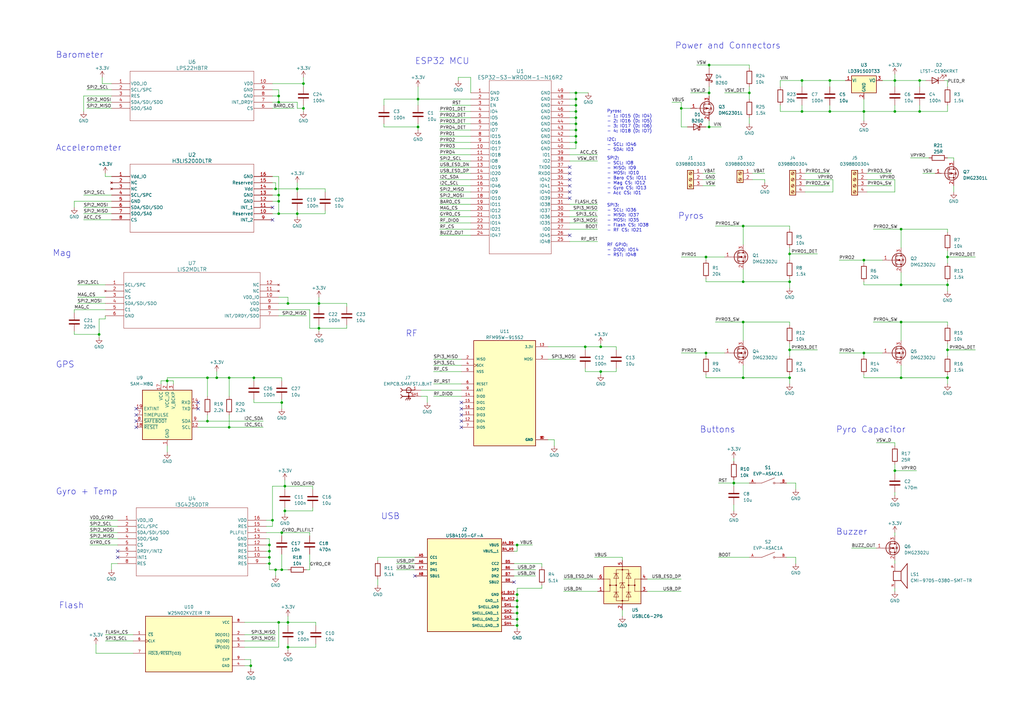
<source format=kicad_sch>
(kicad_sch (version 20230121) (generator eeschema)
  (paper "A3")
  (junction (at 85.09 172.72))
  (junction (at 377.19 33.02))
  (junction (at 328.93 45.72))
  (junction (at 289.56 144.78))
  (junction (at 354.33 144.78))
  (junction (at 130.81 134.62))
  (junction (at 290.83 38.1))
  (junction (at 68.58 156.21))
  (junction (at 115.57 218.44))
  (junction (at 307.34 38.1))
  (junction (at 121.92 77.47))
  (junction (at 115.57 165.1))
  (junction (at 290.83 52.07))
  (junction (at 369.57 116.84))
  (junction (at 246.38 152.4))
  (junction (at 116.84 209.55))
  (junction (at 289.56 105.41))
  (junction (at 102.87 273.05))
  (junction (at 323.85 143.51))
  (junction (at 114.3 41.91))
  (junction (at 110.49 231.14))
  (junction (at 236.22 40.64))
  (junction (at 388.62 116.84))
  (junction (at 236.22 58.42))
  (junction (at 212.09 243.84))
  (junction (at 110.49 228.6))
  (junction (at 124.46 44.45))
  (junction (at 236.22 48.26))
  (junction (at 118.11 265.43))
  (junction (at 110.49 226.06))
  (junction (at 367.03 193.04))
  (junction (at 236.22 50.8))
  (junction (at 212.09 251.46))
  (junction (at 304.8 92.71))
  (junction (at 240.03 142.24))
  (junction (at 121.92 87.63))
  (junction (at 300.99 198.12))
  (junction (at 171.45 52.07))
  (junction (at 130.81 124.46))
  (junction (at 323.85 104.14))
  (junction (at 246.38 142.24))
  (junction (at 377.19 45.72))
  (junction (at 40.64 137.16))
  (junction (at 323.85 154.94))
  (junction (at 369.57 132.08))
  (junction (at 114.3 87.63))
  (junction (at 367.03 45.72))
  (junction (at 116.84 199.39))
  (junction (at 290.83 26.67))
  (junction (at 279.4 44.45))
  (junction (at 340.36 33.02))
  (junction (at 340.36 45.72))
  (junction (at 114.3 82.55))
  (junction (at 85.09 154.94))
  (junction (at 354.33 45.72))
  (junction (at 304.8 132.08))
  (junction (at 304.8 115.57))
  (junction (at 212.09 248.92))
  (junction (at 212.09 254))
  (junction (at 212.09 246.38))
  (junction (at 114.3 39.37))
  (junction (at 118.11 255.27))
  (junction (at 236.22 38.1))
  (junction (at 236.22 45.72))
  (junction (at 367.03 33.02))
  (junction (at 93.98 175.26))
  (junction (at 369.57 93.98))
  (junction (at 212.09 256.54))
  (junction (at 88.9 154.94))
  (junction (at 111.76 213.36))
  (junction (at 328.93 33.02))
  (junction (at 304.8 154.94))
  (junction (at 388.62 143.51))
  (junction (at 354.33 106.68))
  (junction (at 236.22 55.88))
  (junction (at 115.57 233.68))
  (junction (at 110.49 223.52))
  (junction (at 113.03 233.68))
  (junction (at 93.98 154.94))
  (junction (at 118.11 124.46))
  (junction (at 236.22 53.34))
  (junction (at 113.03 77.47))
  (junction (at 236.22 43.18))
  (junction (at 388.62 105.41))
  (junction (at 369.57 154.94))
  (junction (at 171.45 40.64))
  (junction (at 323.85 115.57))
  (junction (at 114.3 80.01))
  (junction (at 104.14 154.94))
  (junction (at 212.09 223.52))
  (junction (at 114.3 255.27))
  (junction (at 388.62 154.94))
  (junction (at 124.46 34.29))
  (no_connect (at 81.28 165.1))
  (no_connect (at 233.68 76.2))
  (no_connect (at 55.88 172.72))
  (no_connect (at 170.18 236.22))
  (no_connect (at 189.23 172.72))
  (no_connect (at 210.82 238.76))
  (no_connect (at 233.68 96.52))
  (no_connect (at 48.26 228.6))
  (no_connect (at 55.88 170.18))
  (no_connect (at 233.68 81.28))
  (no_connect (at 233.68 73.66))
  (no_connect (at 111.76 85.09))
  (no_connect (at 233.68 68.58))
  (no_connect (at 111.76 90.17))
  (no_connect (at 48.26 226.06))
  (no_connect (at 55.88 167.64))
  (no_connect (at 189.23 175.26))
  (no_connect (at 189.23 165.1))
  (no_connect (at 233.68 78.74))
  (no_connect (at 81.28 167.64))
  (no_connect (at 189.23 170.18))
  (no_connect (at 55.88 175.26))
  (no_connect (at 189.23 167.64))
  (no_connect (at 233.68 71.12))
  (wire (pts (xy 118.11 252.73) (xy 118.11 255.27)))
  (wire (pts (xy 157.48 50.8) (xy 157.48 52.07)))
  (wire (pts (xy 128.27 209.55) (xy 128.27 208.28)))
  (wire (pts (xy 349.25 224.79) (xy 359.41 224.79)))
  (wire (pts (xy 279.4 44.45) (xy 279.4 52.07)))
  (wire (pts (xy 36.83 220.98) (xy 48.26 220.98)))
  (wire (pts (xy 367.03 241.3) (xy 367.03 242.57)))
  (wire (pts (xy 111.76 215.9) (xy 111.76 213.36)))
  (wire (pts (xy 111.76 199.39) (xy 116.84 199.39)))
  (wire (pts (xy 114.3 80.01) (xy 114.3 82.55)))
  (wire (pts (xy 210.82 236.22) (xy 219.71 236.22)))
  (wire (pts (xy 189.23 149.86) (xy 177.8 149.86)))
  (wire (pts (xy 340.36 45.72) (xy 340.36 43.18)))
  (wire (pts (xy 388.62 105.41) (xy 388.62 107.95)))
  (wire (pts (xy 367.03 218.44) (xy 367.03 219.71)))
  (wire (pts (xy 275.59 41.91) (xy 279.4 41.91)))
  (wire (pts (xy 354.33 45.72) (xy 367.03 45.72)))
  (wire (pts (xy 31.75 116.84) (xy 43.18 116.84)))
  (wire (pts (xy 113.03 77.47) (xy 121.92 77.47)))
  (wire (pts (xy 124.46 34.29) (xy 124.46 35.56)))
  (wire (pts (xy 233.68 93.98) (xy 245.11 93.98)))
  (wire (pts (xy 187.96 33.02) (xy 187.96 31.75)))
  (wire (pts (xy 114.3 265.43) (xy 114.3 255.27)))
  (wire (pts (xy 236.22 50.8) (xy 236.22 53.34)))
  (wire (pts (xy 359.41 181.61) (xy 367.03 181.61)))
  (wire (pts (xy 100.33 270.51) (xy 102.87 270.51)))
  (wire (pts (xy 43.18 72.39) (xy 45.72 72.39)))
  (wire (pts (xy 330.2 73.66) (xy 341.63 73.66)))
  (wire (pts (xy 111.76 77.47) (xy 113.03 77.47)))
  (wire (pts (xy 300.99 198.12) (xy 307.34 198.12)))
  (wire (pts (xy 388.62 143.51) (xy 388.62 146.05)))
  (wire (pts (xy 154.94 228.6) (xy 170.18 228.6)))
  (wire (pts (xy 367.03 45.72) (xy 367.03 43.18)))
  (wire (pts (xy 293.37 92.71) (xy 304.8 92.71)))
  (wire (pts (xy 118.11 255.27) (xy 129.54 255.27)))
  (wire (pts (xy 45.72 231.14) (xy 45.72 233.68)))
  (wire (pts (xy 127 233.68) (xy 125.73 233.68)))
  (wire (pts (xy 133.35 77.47) (xy 133.35 78.74)))
  (wire (pts (xy 130.81 133.35) (xy 130.81 134.62)))
  (wire (pts (xy 130.81 134.62) (xy 127 134.62)))
  (wire (pts (xy 175.26 165.1) (xy 175.26 162.56)))
  (wire (pts (xy 193.04 31.75) (xy 193.04 38.1)))
  (wire (pts (xy 104.14 165.1) (xy 115.57 165.1)))
  (wire (pts (xy 354.33 107.95) (xy 354.33 106.68)))
  (wire (pts (xy 344.17 106.68) (xy 354.33 106.68)))
  (wire (pts (xy 212.09 226.06) (xy 212.09 223.52)))
  (wire (pts (xy 111.76 44.45) (xy 120.65 44.45)))
  (wire (pts (xy 330.2 78.74) (xy 341.63 78.74)))
  (wire (pts (xy 355.6 78.74) (xy 367.03 78.74)))
  (wire (pts (xy 66.04 157.48) (xy 66.04 156.21)))
  (wire (pts (xy 162.56 233.68) (xy 170.18 233.68)))
  (wire (pts (xy 328.93 33.02) (xy 328.93 35.56)))
  (wire (pts (xy 367.03 190.5) (xy 367.03 193.04)))
  (wire (pts (xy 30.48 137.16) (xy 30.48 135.89)))
  (wire (pts (xy 111.76 39.37) (xy 114.3 39.37)))
  (wire (pts (xy 130.81 124.46) (xy 142.24 124.46)))
  (wire (pts (xy 212.09 223.52) (xy 218.44 223.52)))
  (wire (pts (xy 43.18 260.35) (xy 54.61 260.35)))
  (wire (pts (xy 180.34 78.74) (xy 193.04 78.74)))
  (wire (pts (xy 288.29 71.12) (xy 293.37 71.12)))
  (wire (pts (xy 189.23 162.56) (xy 177.8 162.56)))
  (wire (pts (xy 367.03 193.04) (xy 367.03 194.31)))
  (wire (pts (xy 114.3 82.55) (xy 114.3 87.63)))
  (wire (pts (xy 369.57 101.6) (xy 369.57 93.98)))
  (wire (pts (xy 330.2 76.2) (xy 340.36 76.2)))
  (wire (pts (xy 240.03 151.13) (xy 240.03 152.4)))
  (wire (pts (xy 114.3 87.63) (xy 121.92 87.63)))
  (wire (pts (xy 212.09 248.92) (xy 210.82 248.92)))
  (wire (pts (xy 378.46 71.12) (xy 383.54 71.12)))
  (wire (pts (xy 224.79 147.32) (xy 236.22 147.32)))
  (wire (pts (xy 304.8 154.94) (xy 289.56 154.94)))
  (wire (pts (xy 171.45 50.8) (xy 171.45 52.07)))
  (wire (pts (xy 326.39 200.66) (xy 326.39 198.12)))
  (wire (pts (xy 115.57 233.68) (xy 115.57 227.33)))
  (wire (pts (xy 236.22 43.18) (xy 236.22 45.72)))
  (wire (pts (xy 189.23 147.32) (xy 177.8 147.32)))
  (wire (pts (xy 157.48 40.64) (xy 171.45 40.64)))
  (wire (pts (xy 361.95 33.02) (xy 367.03 33.02)))
  (wire (pts (xy 31.75 124.46) (xy 43.18 124.46)))
  (wire (pts (xy 180.34 88.9) (xy 193.04 88.9)))
  (wire (pts (xy 377.19 43.18) (xy 377.19 45.72)))
  (wire (pts (xy 185.42 43.18) (xy 193.04 43.18)))
  (wire (pts (xy 326.39 231.14) (xy 326.39 228.6)))
  (wire (pts (xy 85.09 172.72) (xy 107.95 172.72)))
  (wire (pts (xy 252.73 142.24) (xy 252.73 143.51)))
  (wire (pts (xy 121.92 87.63) (xy 133.35 87.63)))
  (wire (pts (xy 36.83 215.9) (xy 48.26 215.9)))
  (wire (pts (xy 85.09 154.94) (xy 85.09 162.56)))
  (wire (pts (xy 124.46 31.75) (xy 124.46 34.29)))
  (wire (pts (xy 30.48 128.27) (xy 30.48 127)))
  (wire (pts (xy 354.33 146.05) (xy 354.33 144.78)))
  (wire (pts (xy 130.81 134.62) (xy 142.24 134.62)))
  (wire (pts (xy 121.92 77.47) (xy 133.35 77.47)))
  (wire (pts (xy 279.4 144.78) (xy 289.56 144.78)))
  (wire (pts (xy 285.75 26.67) (xy 290.83 26.67)))
  (wire (pts (xy 233.68 50.8) (xy 236.22 50.8)))
  (wire (pts (xy 236.22 45.72) (xy 236.22 48.26)))
  (wire (pts (xy 210.82 226.06) (xy 212.09 226.06)))
  (wire (pts (xy 189.23 160.02) (xy 172.72 160.02)))
  (wire (pts (xy 323.85 101.6) (xy 323.85 104.14)))
  (wire (pts (xy 233.68 53.34) (xy 236.22 53.34)))
  (wire (pts (xy 233.68 58.42) (xy 236.22 58.42)))
  (wire (pts (xy 111.76 80.01) (xy 114.3 80.01)))
  (wire (pts (xy 304.8 100.33) (xy 304.8 92.71)))
  (wire (pts (xy 323.85 132.08) (xy 323.85 133.35)))
  (wire (pts (xy 34.29 85.09) (xy 45.72 85.09)))
  (wire (pts (xy 354.33 45.72) (xy 354.33 49.53)))
  (wire (pts (xy 236.22 40.64) (xy 233.68 40.64)))
  (wire (pts (xy 236.22 60.96) (xy 236.22 58.42)))
  (wire (pts (xy 113.03 233.68) (xy 113.03 236.22)))
  (wire (pts (xy 118.11 265.43) (xy 129.54 265.43)))
  (wire (pts (xy 48.26 231.14) (xy 45.72 231.14)))
  (wire (pts (xy 68.58 156.21) (xy 68.58 157.48)))
  (wire (pts (xy 295.91 52.07) (xy 290.83 52.07)))
  (wire (pts (xy 246.38 142.24) (xy 246.38 140.97)))
  (wire (pts (xy 388.62 140.97) (xy 388.62 143.51)))
  (wire (pts (xy 102.87 270.51) (xy 102.87 273.05)))
  (wire (pts (xy 93.98 154.94) (xy 104.14 154.94)))
  (wire (pts (xy 121.92 41.91) (xy 121.92 44.45)))
  (wire (pts (xy 369.57 139.7) (xy 369.57 132.08)))
  (wire (pts (xy 180.34 63.5) (xy 193.04 63.5)))
  (wire (pts (xy 104.14 156.21) (xy 104.14 154.94)))
  (wire (pts (xy 34.29 87.63) (xy 45.72 87.63)))
  (wire (pts (xy 212.09 254) (xy 212.09 251.46)))
  (wire (pts (xy 212.09 256.54) (xy 212.09 254)))
  (wire (pts (xy 304.8 132.08) (xy 323.85 132.08)))
  (wire (pts (xy 100.33 262.89) (xy 113.03 262.89)))
  (wire (pts (xy 35.56 44.45) (xy 45.72 44.45)))
  (wire (pts (xy 116.84 209.55) (xy 116.84 210.82)))
  (wire (pts (xy 313.69 73.66) (xy 308.61 73.66)))
  (wire (pts (xy 340.36 33.02) (xy 340.36 35.56)))
  (wire (pts (xy 326.39 228.6) (xy 322.58 228.6)))
  (wire (pts (xy 369.57 116.84) (xy 354.33 116.84)))
  (wire (pts (xy 388.62 115.57) (xy 388.62 116.84)))
  (wire (pts (xy 252.73 152.4) (xy 252.73 151.13)))
  (wire (pts (xy 180.34 48.26) (xy 193.04 48.26)))
  (wire (pts (xy 369.57 132.08) (xy 388.62 132.08)))
  (wire (pts (xy 369.57 149.86) (xy 369.57 154.94)))
  (wire (pts (xy 227.33 180.34) (xy 227.33 182.88)))
  (wire (pts (xy 344.17 144.78) (xy 354.33 144.78)))
  (wire (pts (xy 307.34 35.56) (xy 307.34 38.1)))
  (wire (pts (xy 187.96 31.75) (xy 193.04 31.75)))
  (wire (pts (xy 68.58 154.94) (xy 85.09 154.94)))
  (wire (pts (xy 320.04 43.18) (xy 320.04 45.72)))
  (wire (pts (xy 180.34 58.42) (xy 193.04 58.42)))
  (wire (pts (xy 246.38 142.24) (xy 252.73 142.24)))
  (wire (pts (xy 127 134.62) (xy 127 127)))
  (wire (pts (xy 323.85 104.14) (xy 335.28 104.14)))
  (wire (pts (xy 109.22 215.9) (xy 111.76 215.9)))
  (wire (pts (xy 142.24 124.46) (xy 142.24 125.73)))
  (wire (pts (xy 35.56 41.91) (xy 45.72 41.91)))
  (wire (pts (xy 212.09 246.38) (xy 212.09 243.84)))
  (wire (pts (xy 388.62 116.84) (xy 388.62 119.38)))
  (wire (pts (xy 289.56 52.07) (xy 290.83 52.07)))
  (wire (pts (xy 290.83 26.67) (xy 290.83 27.94)))
  (wire (pts (xy 236.22 48.26) (xy 236.22 50.8)))
  (wire (pts (xy 388.62 153.67) (xy 388.62 154.94)))
  (wire (pts (xy 388.62 154.94) (xy 388.62 157.48)))
  (wire (pts (xy 231.14 242.57) (xy 245.11 242.57)))
  (wire (pts (xy 110.49 220.98) (xy 109.22 220.98)))
  (wire (pts (xy 307.34 26.67) (xy 307.34 27.94)))
  (wire (pts (xy 30.48 82.55) (xy 45.72 82.55)))
  (wire (pts (xy 279.4 52.07) (xy 281.94 52.07)))
  (wire (pts (xy 330.2 71.12) (xy 340.36 71.12)))
  (wire (pts (xy 110.49 223.52) (xy 110.49 220.98)))
  (wire (pts (xy 265.43 242.57) (xy 279.4 242.57)))
  (wire (pts (xy 68.58 154.94) (xy 68.58 156.21)))
  (wire (pts (xy 180.34 73.66) (xy 193.04 73.66)))
  (wire (pts (xy 377.19 45.72) (xy 388.62 45.72)))
  (wire (pts (xy 367.03 201.93) (xy 367.03 203.2)))
  (wire (pts (xy 100.33 265.43) (xy 114.3 265.43)))
  (wire (pts (xy 34.29 80.01) (xy 45.72 80.01)))
  (wire (pts (xy 233.68 88.9) (xy 245.11 88.9)))
  (wire (pts (xy 307.34 38.1) (xy 307.34 40.64)))
  (wire (pts (xy 290.83 35.56) (xy 290.83 38.1)))
  (wire (pts (xy 115.57 233.68) (xy 113.03 233.68)))
  (wire (pts (xy 288.29 73.66) (xy 293.37 73.66)))
  (wire (pts (xy 180.34 81.28) (xy 193.04 81.28)))
  (wire (pts (xy 236.22 43.18) (xy 233.68 43.18)))
  (wire (pts (xy 121.92 44.45) (xy 124.46 44.45)))
  (wire (pts (xy 212.09 251.46) (xy 212.09 248.92)))
  (wire (pts (xy 231.14 237.49) (xy 245.11 237.49)))
  (wire (pts (xy 367.03 33.02) (xy 377.19 33.02)))
  (wire (pts (xy 212.09 243.84) (xy 212.09 241.3)))
  (wire (pts (xy 294.64 198.12) (xy 300.99 198.12)))
  (wire (pts (xy 388.62 116.84) (xy 369.57 116.84)))
  (wire (pts (xy 367.03 78.74) (xy 367.03 73.66)))
  (wire (pts (xy 157.48 52.07) (xy 171.45 52.07)))
  (wire (pts (xy 289.56 105.41) (xy 297.18 105.41)))
  (wire (pts (xy 189.23 157.48) (xy 177.8 157.48)))
  (wire (pts (xy 355.6 73.66) (xy 367.03 73.66)))
  (wire (pts (xy 116.84 209.55) (xy 128.27 209.55)))
  (wire (pts (xy 88.9 152.4) (xy 88.9 154.94)))
  (wire (pts (xy 233.68 99.06) (xy 245.11 99.06)))
  (wire (pts (xy 212.09 246.38) (xy 210.82 246.38)))
  (wire (pts (xy 265.43 237.49) (xy 279.4 237.49)))
  (wire (pts (xy 171.45 40.64) (xy 193.04 40.64)))
  (wire (pts (xy 255.27 228.6) (xy 255.27 229.87)))
  (wire (pts (xy 180.34 93.98) (xy 193.04 93.98)))
  (wire (pts (xy 367.03 193.04) (xy 375.92 193.04)))
  (wire (pts (xy 118.11 121.92) (xy 118.11 124.46)))
  (wire (pts (xy 323.85 143.51) (xy 323.85 146.05)))
  (wire (pts (xy 358.14 93.98) (xy 369.57 93.98)))
  (wire (pts (xy 279.4 105.41) (xy 289.56 105.41)))
  (wire (pts (xy 129.54 265.43) (xy 129.54 264.16)))
  (wire (pts (xy 233.68 38.1) (xy 236.22 38.1)))
  (wire (pts (xy 323.85 114.3) (xy 323.85 115.57)))
  (wire (pts (xy 111.76 72.39) (xy 114.3 72.39)))
  (wire (pts (xy 115.57 165.1) (xy 115.57 163.83)))
  (wire (pts (xy 388.62 102.87) (xy 388.62 105.41)))
  (wire (pts (xy 118.11 124.46) (xy 130.81 124.46)))
  (wire (pts (xy 171.45 52.07) (xy 171.45 53.34)))
  (wire (pts (xy 377.19 33.02) (xy 379.73 33.02)))
  (wire (pts (xy 233.68 66.04) (xy 245.11 66.04)))
  (wire (pts (xy 115.57 218.44) (xy 127 218.44)))
  (wire (pts (xy 111.76 34.29) (xy 124.46 34.29)))
  (wire (pts (xy 320.04 33.02) (xy 320.04 35.56)))
  (wire (pts (xy 130.81 121.92) (xy 130.81 124.46)))
  (wire (pts (xy 233.68 60.96) (xy 236.22 60.96)))
  (wire (pts (xy 121.92 86.36) (xy 121.92 87.63)))
  (wire (pts (xy 377.19 33.02) (xy 377.19 35.56)))
  (wire (pts (xy 104.14 154.94) (xy 115.57 154.94)))
  (wire (pts (xy 279.4 44.45) (xy 283.21 44.45)))
  (wire (pts (xy 180.34 53.34) (xy 193.04 53.34)))
  (wire (pts (xy 127 227.33) (xy 127 233.68)))
  (wire (pts (xy 113.03 74.93) (xy 113.03 77.47)))
  (wire (pts (xy 30.48 137.16) (xy 40.64 137.16)))
  (wire (pts (xy 40.64 130.81) (xy 43.18 130.81)))
  (wire (pts (xy 109.22 218.44) (xy 115.57 218.44)))
  (wire (pts (xy 180.34 83.82) (xy 193.04 83.82)))
  (wire (pts (xy 100.33 260.35) (xy 113.03 260.35)))
  (wire (pts (xy 30.48 127) (xy 43.18 127)))
  (wire (pts (xy 116.84 208.28) (xy 116.84 209.55)))
  (wire (pts (xy 175.26 162.56) (xy 172.72 162.56)))
  (wire (pts (xy 171.45 35.56) (xy 171.45 40.64)))
  (wire (pts (xy 116.84 199.39) (xy 128.27 199.39)))
  (wire (pts (xy 388.62 45.72) (xy 388.62 43.18)))
  (wire (pts (xy 85.09 154.94) (xy 88.9 154.94)))
  (wire (pts (xy 233.68 83.82) (xy 245.11 83.82)))
  (wire (pts (xy 224.79 142.24) (xy 240.03 142.24)))
  (wire (pts (xy 180.34 66.04) (xy 193.04 66.04)))
  (wire (pts (xy 212.09 248.92) (xy 212.09 246.38)))
  (wire (pts (xy 212.09 254) (xy 210.82 254)))
  (wire (pts (xy 180.34 91.44) (xy 193.04 91.44)))
  (wire (pts (xy 88.9 154.94) (xy 93.98 154.94)))
  (wire (pts (xy 111.76 199.39) (xy 111.76 213.36)))
  (wire (pts (xy 300.99 187.96) (xy 300.99 189.23)))
  (wire (pts (xy 114.3 124.46) (xy 118.11 124.46)))
  (wire (pts (xy 246.38 152.4) (xy 252.73 152.4)))
  (wire (pts (xy 36.83 223.52) (xy 48.26 223.52)))
  (wire (pts (xy 102.87 274.32) (xy 102.87 273.05)))
  (wire (pts (xy 367.03 45.72) (xy 377.19 45.72)))
  (wire (pts (xy 110.49 231.14) (xy 110.49 233.68)))
  (wire (pts (xy 180.34 55.88) (xy 193.04 55.88)))
  (wire (pts (xy 114.3 41.91) (xy 121.92 41.91)))
  (wire (pts (xy 354.33 116.84) (xy 354.33 115.57)))
  (wire (pts (xy 111.76 74.93) (xy 113.03 74.93)))
  (wire (pts (xy 290.83 38.1) (xy 290.83 39.37)))
  (wire (pts (xy 300.99 207.01) (xy 300.99 209.55)))
  (wire (pts (xy 100.33 255.27) (xy 114.3 255.27)))
  (wire (pts (xy 328.93 43.18) (xy 328.93 45.72)))
  (wire (pts (xy 34.29 90.17) (xy 45.72 90.17)))
  (wire (pts (xy 236.22 48.26) (xy 233.68 48.26)))
  (wire (pts (xy 180.34 86.36) (xy 193.04 86.36)))
  (wire (pts (xy 323.85 154.94) (xy 304.8 154.94)))
  (wire (pts (xy 304.8 149.86) (xy 304.8 154.94)))
  (wire (pts (xy 240.03 152.4) (xy 246.38 152.4)))
  (wire (pts (xy 130.81 124.46) (xy 130.81 125.73)))
  (wire (pts (xy 222.25 240.03) (xy 222.25 241.3)))
  (wire (pts (xy 355.6 76.2) (xy 365.76 76.2)))
  (wire (pts (xy 323.85 153.67) (xy 323.85 154.94)))
  (wire (pts (xy 367.03 30.48) (xy 367.03 33.02)))
  (wire (pts (xy 373.38 64.77) (xy 381 64.77)))
  (wire (pts (xy 388.62 154.94) (xy 369.57 154.94)))
  (wire (pts (xy 289.56 115.57) (xy 289.56 114.3)))
  (wire (pts (xy 36.83 218.44) (xy 48.26 218.44)))
  (wire (pts (xy 41.91 31.75) (xy 41.91 34.29)))
  (wire (pts (xy 212.09 256.54) (xy 212.09 257.81)))
  (wire (pts (xy 354.33 45.72) (xy 340.36 45.72)))
  (wire (pts (xy 154.94 237.49) (xy 154.94 240.03)))
  (wire (pts (xy 128.27 199.39) (xy 128.27 200.66)))
  (wire (pts (xy 304.8 110.49) (xy 304.8 115.57)))
  (wire (pts (xy 300.99 198.12) (xy 300.99 199.39)))
  (wire (pts (xy 118.11 265.43) (xy 118.11 266.7)))
  (wire (pts (xy 279.4 41.91) (xy 279.4 44.45)))
  (wire (pts (xy 110.49 233.68) (xy 113.03 233.68)))
  (wire (pts (xy 93.98 154.94) (xy 93.98 162.56)))
  (wire (pts (xy 388.62 132.08) (xy 388.62 133.35)))
  (wire (pts (xy 31.75 121.92) (xy 43.18 121.92)))
  (wire (pts (xy 243.84 228.6) (xy 255.27 228.6)))
  (wire (pts (xy 110.49 228.6) (xy 110.49 226.06)))
  (wire (pts (xy 43.18 262.89) (xy 54.61 262.89)))
  (wire (pts (xy 236.22 53.34) (xy 236.22 55.88)))
  (wire (pts (xy 313.69 74.93) (xy 313.69 73.66)))
  (wire (pts (xy 180.34 50.8) (xy 193.04 50.8)))
  (wire (pts (xy 45.72 39.37) (xy 34.29 39.37)))
  (wire (pts (xy 212.09 243.84) (xy 210.82 243.84)))
  (wire (pts (xy 354.33 144.78) (xy 361.95 144.78)))
  (wire (pts (xy 81.28 175.26) (xy 93.98 175.26)))
  (wire (pts (xy 41.91 34.29) (xy 45.72 34.29)))
  (wire (pts (xy 246.38 152.4) (xy 246.38 153.67)))
  (wire (pts (xy 110.49 223.52) (xy 109.22 223.52)))
  (wire (pts (xy 367.03 33.02) (xy 367.03 35.56)))
  (wire (pts (xy 323.85 115.57) (xy 323.85 118.11)))
  (wire (pts (xy 290.83 52.07) (xy 290.83 49.53)))
  (wire (pts (xy 157.48 43.18) (xy 157.48 40.64)))
  (wire (pts (xy 354.33 154.94) (xy 354.33 153.67)))
  (wire (pts (xy 180.34 68.58) (xy 193.04 68.58)))
  (wire (pts (xy 114.3 129.54) (xy 125.73 129.54)))
  (wire (pts (xy 388.62 105.41) (xy 400.05 105.41)))
  (wire (pts (xy 307.34 38.1) (xy 297.18 38.1)))
  (wire (pts (xy 110.49 226.06) (xy 110.49 223.52)))
  (wire (pts (xy 369.57 93.98) (xy 388.62 93.98)))
  (wire (pts (xy 222.25 231.14) (xy 222.25 232.41)))
  (wire (pts (xy 293.37 132.08) (xy 304.8 132.08)))
  (wire (pts (xy 114.3 121.92) (xy 118.11 121.92)))
  (wire (pts (xy 114.3 36.83) (xy 114.3 39.37)))
  (wire (pts (xy 36.83 213.36) (xy 48.26 213.36)))
  (wire (pts (xy 129.54 255.27) (xy 129.54 256.54)))
  (wire (pts (xy 43.18 71.12) (xy 43.18 72.39)))
  (wire (pts (xy 323.85 92.71) (xy 323.85 93.98)))
  (wire (pts (xy 210.82 233.68) (xy 219.71 233.68)))
  (wire (pts (xy 304.8 139.7) (xy 304.8 132.08)))
  (wire (pts (xy 121.92 87.63) (xy 121.92 88.9)))
  (wire (pts (xy 210.82 256.54) (xy 212.09 256.54)))
  (wire (pts (xy 283.21 38.1) (xy 290.83 38.1)))
  (wire (pts (xy 328.93 33.02) (xy 340.36 33.02)))
  (wire (pts (xy 308.61 71.12) (xy 313.69 71.12)))
  (wire (pts (xy 111.76 36.83) (xy 114.3 36.83)))
  (wire (pts (xy 388.62 143.51) (xy 400.05 143.51)))
  (wire (pts (xy 180.34 76.2) (xy 193.04 76.2)))
  (wire (pts (xy 85.09 170.18) (xy 85.09 172.72)))
  (wire (pts (xy 116.84 199.39) (xy 116.84 200.66)))
  (wire (pts (xy 323.85 154.94) (xy 323.85 157.48)))
  (wire (pts (xy 110.49 231.14) (xy 110.49 228.6)))
  (wire (pts (xy 39.37 264.16) (xy 39.37 267.97)))
  (wire (pts (xy 288.29 76.2) (xy 293.37 76.2)))
  (wire (pts (xy 354.33 40.64) (xy 354.33 45.72)))
  (wire (pts (xy 180.34 60.96) (xy 193.04 60.96)))
  (wire (pts (xy 388.62 33.02) (xy 388.62 35.56)))
  (wire (pts (xy 323.85 115.57) (xy 304.8 115.57)))
  (wire (pts (xy 111.76 41.91) (xy 114.3 41.91)))
  (wire (pts (xy 102.87 273.05) (xy 100.33 273.05)))
  (wire (pts (xy 180.34 45.72) (xy 193.04 45.72)))
  (wire (pts (xy 35.56 36.83) (xy 45.72 36.83)))
  (wire (pts (xy 212.09 251.46) (xy 210.82 251.46)))
  (wire (pts (xy 133.35 87.63) (xy 133.35 86.36)))
  (wire (pts (xy 127 218.44) (xy 127 219.71)))
  (wire (pts (xy 240.03 143.51) (xy 240.03 142.24)))
  (wire (pts (xy 233.68 55.88) (xy 236.22 55.88)))
  (wire (pts (xy 81.28 172.72) (xy 85.09 172.72)))
  (wire (pts (xy 346.71 33.02) (xy 340.36 33.02)))
  (wire (pts (xy 323.85 140.97) (xy 323.85 143.51)))
  (wire (pts (xy 116.84 196.85) (xy 116.84 199.39)))
  (wire (pts (xy 180.34 71.12) (xy 193.04 71.12)))
  (wire (pts (xy 354.33 106.68) (xy 361.95 106.68)))
  (wire (pts (xy 68.58 156.21) (xy 71.12 156.21)))
  (wire (pts (xy 127 127) (xy 114.3 127)))
  (wire (pts (xy 236.22 45.72) (xy 233.68 45.72)))
  (wire (pts (xy 30.48 85.09) (xy 30.48 82.55)))
  (wire (pts (xy 304.8 92.71) (xy 323.85 92.71)))
  (wire (pts (xy 40.64 138.43) (xy 40.64 137.16)))
  (wire (pts (xy 114.3 72.39) (xy 114.3 80.01)))
  (wire (pts (xy 323.85 143.51) (xy 335.28 143.51)))
  (wire (pts (xy 367.03 182.88) (xy 367.03 181.61)))
  (wire (pts (xy 154.94 228.6) (xy 154.94 229.87)))
  (wire (pts (xy 323.85 104.14) (xy 323.85 106.68)))
  (wire (pts (xy 300.99 196.85) (xy 300.99 198.12)))
  (wire (pts (xy 326.39 198.12) (xy 322.58 198.12)))
  (wire (pts (xy 236.22 58.42) (xy 236.22 55.88)))
  (wire (pts (xy 289.56 144.78) (xy 297.18 144.78)))
  (wire (pts (xy 388.62 33.02) (xy 387.35 33.02)))
  (wire (pts (xy 233.68 63.5) (xy 245.11 63.5)))
  (wire (pts (xy 236.22 38.1) (xy 236.22 40.64)))
  (wire (pts (xy 124.46 44.45) (xy 124.46 45.72)))
  (wire (pts (xy 212.09 241.3) (xy 222.25 241.3)))
  (wire (pts (xy 111.76 87.63) (xy 114.3 87.63)))
  (wire (pts (xy 328.93 45.72) (xy 340.36 45.72)))
  (wire (pts (xy 115.57 154.94) (xy 115.57 156.21)))
  (wire (pts (xy 320.04 45.72) (xy 328.93 45.72)))
  (wire (pts (xy 171.45 40.64) (xy 171.45 43.18)))
  (wire (pts (xy 93.98 175.26) (xy 107.95 175.26)))
  (wire (pts (xy 255.27 250.19) (xy 255.27 252.73)))
  (wire (pts (xy 71.12 156.21) (xy 71.12 157.48)))
  (wire (pts (xy 114.3 41.91) (xy 114.3 39.37)))
  (wire (pts (xy 391.16 76.2) (xy 391.16 78.74)))
  (wire (pts (xy 43.18 130.81) (xy 43.18 129.54)))
  (wire (pts (xy 224.79 180.34) (xy 227.33 180.34)))
  (wire (pts (xy 320.04 33.02) (xy 328.93 33.02)))
  (wire (pts (xy 180.34 96.52) (xy 193.04 96.52)))
  (wire (pts (xy 289.56 106.68) (xy 289.56 105.41)))
  (wire (pts (xy 236.22 40.64) (xy 236.22 43.18)))
  (wire (pts (xy 210.82 231.14) (xy 222.25 231.14)))
  (wire (pts (xy 68.58 182.88) (xy 68.58 185.42)))
  (wire (pts (xy 236.22 38.1) (xy 241.3 38.1)))
  (wire (pts (xy 124.46 43.18) (xy 124.46 44.45)))
  (wire (pts (xy 110.49 228.6) (xy 109.22 228.6)))
  (wire (pts (xy 289.56 154.94) (xy 289.56 153.67)))
  (wire (pts (xy 233.68 86.36) (xy 245.11 86.36)))
  (wire (pts (xy 162.56 231.14) (xy 170.18 231.14)))
  (wire (pts (xy 233.68 91.44) (xy 245.11 91.44)))
  (wire (pts (xy 289.56 146.05) (xy 289.56 144.78)))
  (wire (pts (xy 189.23 152.4) (xy 177.8 152.4)))
  (wire (pts (xy 130.81 134.62) (xy 130.81 135.89)))
  (wire (pts (xy 388.62 64.77) (xy 391.16 64.77)))
  (wire (pts (xy 109.22 231.14) (xy 110.49 231.14)))
  (wire (pts (xy 290.83 26.67) (xy 307.34 26.67)))
  (wire (pts (xy 115.57 218.44) (xy 115.57 219.71)))
  (wire (pts (xy 210.82 223.52) (xy 212.09 223.52)))
  (wire (pts (xy 118.11 233.68) (xy 115.57 233.68)))
  (wire (pts (xy 369.57 111.76) (xy 369.57 116.84)))
  (wire (pts (xy 34.29 39.37) (xy 34.29 45.72)))
  (wire (pts (xy 118.11 255.27) (xy 118.11 256.54)))
  (wire (pts (xy 358.14 132.08) (xy 369.57 132.08)))
  (wire (pts (xy 341.63 78.74) (xy 341.63 73.66)))
  (wire (pts (xy 369.57 154.94) (xy 354.33 154.94)))
  (wire (pts (xy 142.24 134.62) (xy 142.24 133.35)))
  (wire (pts (xy 40.64 130.81) (xy 40.64 137.16)))
  (wire (pts (xy 110.49 226.06) (xy 109.22 226.06)))
  (wire (pts (xy 294.64 228.6) (xy 307.34 228.6)))
  (wire (pts (xy 121.92 74.93) (xy 121.92 77.47)))
  (wire (pts (xy 355.6 71.12) (xy 365.76 71.12)))
  (wire (pts (xy 388.62 93.98) (xy 388.62 95.25)))
  (wire (pts (xy 118.11 264.16) (xy 118.11 265.43)))
  (wire (pts (xy 39.37 267.97) (xy 54.61 267.97)))
  (wire (pts (xy 114.3 255.27) (xy 118.11 255.27)))
  (wire (pts (xy 304.8 115.57) (xy 289.56 115.57)))
  (wire (pts (xy 66.04 156.21) (xy 68.58 156.21)))
  (wire (pts (xy 367.03 229.87) (xy 367.03 231.14)))
  (wire (pts (xy 114.3 82.55) (xy 111.76 82.55)))
  (wire (pts (xy 93.98 170.18) (xy 93.98 175.26)))
  (wire (pts (xy 391.16 64.77) (xy 391.16 66.04)))
  (wire (pts (xy 109.22 213.36) (xy 111.76 213.36)))
  (wire (pts (xy 104.14 163.83) (xy 104.14 165.1)))
  (wire (pts (xy 307.34 48.26) (xy 307.34 50.8)))
  (wire (pts (xy 121.92 77.47) (xy 121.92 78.74)))
  (wire (pts (xy 240.03 142.24) (xy 246.38 142.24)))
  (wire (pts (xy 115.57 165.1) (xy 115.57 167.64)))
  (text "SPI2:\n- SCL: IO8\n- MISO: IO9\n- MOSI: IO10\n- Baro CS: IO11\n- Mag CS: IO12\n- Gyro CS: IO13\n- Acc CS: IO1" (at 248.92 80.01 0) (effects (font (size 1.27 1.27)) (justify left bottom)))
  (text "Flash\n\n" (at 24.13 254 0) (effects (font (size 2.54 2.54)) (justify left bottom)))
  (text "RF GPIO:\n- DIO0: IO14\n- RST: IO48" (at 248.92 105.41 0) (effects (font (size 1.27 1.27)) (justify left bottom)))
  (text "Mag" (at 21.59 105.41 0) (effects (font (size 2.54 2.54)) (justify left bottom)))
  (text "GPS" (at 22.86 151.13 0) (effects (font (size 2.54 2.54)) (justify left bottom)))
  (text "Accelerometer" (at 22.86 62.23 0) (effects (font (size 2.54 2.54)) (justify left bottom)))
  (text "Pyros:\n- 1: IO15 (D: IO4)\n- 2: IO16 (D: IO5)\n- 3: IO17 (D: IO6)\n- 4: IO18 (D: IO7)" (at 248.92 54.61 0) (effects (font (size 1.27 1.27)) (justify left bottom)))
  (text "USB" (at 156.21 213.36 0) (effects (font (size 2.54 2.54)) (justify left bottom)))
  (text "Buttons" (at 287.02 177.8 0) (effects (font (size 2.54 2.54)) (justify left bottom)))
  (text "Pyro Capacitor" (at 342.9 177.8 0) (effects (font (size 2.54 2.54)) (justify left bottom)))
  (text "I2C:\n- SCL: IO46\n- SDA: IO3" (at 248.92 62.23 0) (effects (font (size 1.27 1.27)) (justify left bottom)))
  (text "Buzzer" (at 342.9 219.71 0) (effects (font (size 2.54 2.54)) (justify left bottom)))
  (text "RF" (at 166.37 138.43 0) (effects (font (size 2.54 2.54)) (justify left bottom)))
  (text "ESP32 MCU" (at 170.18 26.67 0) (effects (font (size 2.54 2.54)) (justify left bottom)))
  (text "SPI3:\n- SCL: IO36\n- MISO: IO37\n- MOSI: IO35\n- Flash CS: IO38\n- RF CS: IO21" (at 248.92 95.25 0) (effects (font (size 1.27 1.27)) (justify left bottom)))
  (text "Barometer" (at 22.86 24.13 0) (effects (font (size 2.54 2.54)) (justify left bottom)))
  (text "Power and Connectors" (at 276.86 20.32 0) (effects (font (size 2.54 2.54)) (justify left bottom)))
  (text "Pyros" (at 278.13 90.17 0) (effects (font (size 2.54 2.54)) (justify left bottom)))
  (text "Gyro + Temp\n" (at 22.86 203.2 0) (effects (font (size 2.54 2.54)) (justify left bottom)))
  (label "GYRO_PLLFILT" (at 115.57 218.44 0))
  (label "RF_CS" (at 177.8 152.4 0))
  (label "SPI2_MOSI" (at 36.83 218.44 0))
  (label "SPI3_MOSI" (at 245.11 91.44 180))
  (label "PYRO2_SW" (at 340.36 76.2 180))
  (label "SPI3_MISO" (at 113.03 260.35 180))
  (label "MAG_C" (at 30.48 127 0))
  (label "VSW_DET" (at 245.11 66.04 180))
  (label "SPI3_MOSI" (at 113.03 262.89 180))
  (label "PYRO3" (at 180.34 60.96 0))
  (label "I2C_SDA" (at 107.95 172.72 180))
  (label "BARO_CS" (at 180.34 83.82 0))
  (label "PYRO1_SW" (at 293.37 92.71 0))
  (label "SPI2_MOSI" (at 34.29 85.09 0))
  (label "VPYRO" (at 367.03 73.66 180))
  (label "PYRO2_SW" (at 358.14 93.98 0))
  (label "BUZZ_OUT" (at 180.34 96.52 0))
  (label "SPI2_MOSI" (at 35.56 41.91 0))
  (label "VPYRO" (at 373.38 64.77 0))
  (label "BUZZ_OUT" (at 349.25 224.79 0))
  (label "USB_ESD_DN" (at 180.34 68.58 0))
  (label "VDD_GYRO" (at 119.38 199.39 0))
  (label "BOOT" (at 245.11 93.98 180))
  (label "BARO_CS" (at 120.65 44.45 180))
  (label "SPI3_SCL" (at 43.18 262.89 0))
  (label "VSW" (at 378.46 71.12 0))
  (label "GYRO_CR" (at 127 232.41 0))
  (label "PYRO3" (at 279.4 144.78 0))
  (label "PYRO1" (at 180.34 55.88 0))
  (label "VDD_GYRO" (at 36.83 213.36 0))
  (label "ACC_CS" (at 245.11 63.5 180))
  (label "PYRO2" (at 344.17 106.68 0))
  (label "SPI2_SCL" (at 36.83 215.9 0))
  (label "PYRO2_DET" (at 400.05 105.41 180))
  (label "SPI2_MOSI" (at 31.75 124.46 0))
  (label "RF_RST" (at 177.8 157.48 0))
  (label "SPI2_MISO" (at 34.29 87.63 0))
  (label "PYRO1_SW" (at 340.36 71.12 180))
  (label "VBUS" (at 275.59 41.91 0))
  (label "SPI2_MISO" (at 36.83 220.98 0))
  (label "PYRO4_DET" (at 400.05 143.51 180))
  (label "GYRO_CS" (at 180.34 88.9 0))
  (label "USB_ESD_DN" (at 231.14 237.49 0))
  (label "FLASH_CS" (at 245.11 83.82 180))
  (label "VBUS" (at 243.84 228.6 0))
  (label "GYRO_CS" (at 36.83 223.52 0))
  (label "I2C_SCL" (at 180.34 76.2 0))
  (label "VBUS" (at 218.44 223.52 180))
  (label "SPI3_MISO" (at 245.11 86.36 180))
  (label "BOOT" (at 294.64 228.6 0))
  (label "RF_DIO0" (at 180.34 91.44 0))
  (label "SPI3_MOSI" (at 236.22 147.32 180))
  (label "VBAT" (at 313.69 71.12 180))
  (label "SPI3_SCL" (at 245.11 88.9 180))
  (label "FLASH_CS" (at 43.18 260.35 0))
  (label "RF_RST" (at 245.11 99.06 180))
  (label "VSW" (at 293.37 76.2 180))
  (label "MAG_CS" (at 180.34 86.36 0))
  (label "PYRO4_SW" (at 365.76 76.2 180))
  (label "VPYRO" (at 375.92 193.04 180))
  (label "USB_ESD_DP" (at 279.4 237.49 180))
  (label "USB_DN" (at 162.56 233.68 0))
  (label "PYRO3_SW" (at 293.37 132.08 0))
  (label "VBAT" (at 293.37 71.12 180))
  (label "USB_DN" (at 231.14 242.57 0))
  (label "SPI2_MISO" (at 35.56 44.45 0))
  (label "PLED_R" (at 388.62 34.29 0))
  (label "PYRO4_DET" (at 180.34 53.34 0))
  (label "I2C_SDA" (at 180.34 73.66 0))
  (label "PYRO1" (at 279.4 105.41 0))
  (label "SPI2_SCL" (at 35.56 36.83 0))
  (label "PYRO4" (at 180.34 63.5 0))
  (label "VPYRO" (at 341.63 73.66 180))
  (label "GND" (at 293.37 73.66 180))
  (label "USB_ESD_DP" (at 180.34 71.12 0))
  (label "VIN" (at 320.04 33.02 0))
  (label "PYRO2" (at 180.34 58.42 0))
  (label "VSW" (at 285.75 26.67 0))
  (label "VSW_D" (at 283.21 38.1 0))
  (label "SPI2_SCL" (at 31.75 116.84 0))
  (label "VSW_DET" (at 297.18 38.1 0))
  (label "PYRO3_DET" (at 335.28 143.51 180))
  (label "SPI2_MISO" (at 125.73 129.54 180))
  (label "SPI2_MOSI" (at 180.34 81.28 0))
  (label "SPI2_SCL" (at 180.34 66.04 0))
  (label "PYRO4" (at 344.17 144.78 0))
  (label "MAG_CS" (at 31.75 121.92 0))
  (label "I2C_SCL" (at 107.95 175.26 180))
  (label "USB_DN" (at 219.71 236.22 180))
  (label "RST" (at 294.64 198.12 0))
  (label "SPI2_MISO" (at 180.34 78.74 0))
  (label "USB_DP" (at 279.4 242.57 180))
  (label "USB_DP" (at 219.71 233.68 180))
  (label "PYRO2_DET" (at 180.34 48.26 0))
  (label "PYRO3_DET" (at 180.34 50.8 0))
  (label "PYRO4_SW" (at 358.14 132.08 0))
  (label "RF_DIO0" (at 177.8 162.56 0))
  (label "VIN" (at 295.91 52.07 180))
  (label "VSW_D" (at 359.41 181.61 0))
  (label "SPI3_MISO" (at 177.8 147.32 0))
  (label "SPI3_SCL" (at 177.8 149.86 0))
  (label "PYRO3_SW" (at 365.76 71.12 180))
  (label "RST" (at 185.42 43.18 0))
  (label "USB_DP" (at 162.56 231.14 0))
  (label "PYRO1_DET" (at 335.28 104.14 180))
  (label "ACC_CS" (at 34.29 90.17 0))
  (label "RF_CS" (at 180.34 93.98 0))
  (label "SPI2_SCL" (at 34.29 80.01 0))
  (label "PYRO1_DET" (at 180.34 45.72 0))
  (symbol (lib_id "power:GND") (at 255.27 252.73 0) (unit 1)
    (property "Reference" "#PWR025" (effects hide))
    (property "Value" "GND" (at 255.27 256.54 0))
  )
  (symbol (lib_id "power:+3.3V") (at 41.91 31.75 0) (mirror y) (unit 1)
    (property "Reference" "#PWR049" (effects hide))
    (property "Value" "+3.3V" (at 41.91 27.94 0))
  )
  (symbol (lib_id "power:GND") (at 391.16 78.74 0) (unit 1)
    (property "Reference" "#PWR021" (effects hide))
    (property "Value" "GND" (at 391.16 82.55 0))
  )
  (symbol (lib_id "Device:R") (at 85.09 166.37 0) (unit 1)
    (property "Reference" "R19" (at 87.63 165.735 0) (effects (justify left)))
    (property "Value" "2.2k" (at 87.63 168.275 0) (effects (justify left)))
    (property "Footprint" "Resistor_SMD:R_0402_1005Metric" (effects hide))
  )
  (symbol (lib_id "Transistor_FET:DMG2302U") (at 302.26 105.41 0) (unit 1)
    (property "Reference" "Q1" (at 308.61 104.775 0) (effects (justify left)))
    (property "Value" "DMG2302U" (at 308.61 107.315 0) (effects (justify left)))
    (property "Footprint" "Package_TO_SOT_SMD:SOT-23" (effects hide))
    (property "Datasheet" "http://www.diodes.com/assets/Datasheets/DMG2302U.pdf" (effects hide))
  )
  (symbol (lib_id "power:+3.3V") (at 121.92 74.93 0) (mirror y) (unit 1)
    (property "Reference" "#PWR040" (effects hide))
    (property "Value" "+3.3V" (at 121.92 71.12 0))
  )
  (symbol (lib_id "power:GND") (at 326.39 231.14 0) (unit 1)
    (property "Reference" "#PWR018" (effects hide))
    (property "Value" "GND" (at 326.39 234.95 0))
  )
  (symbol (lib_id "power:GND") (at 326.39 200.66 0) (unit 1)
    (property "Reference" "#PWR017" (effects hide))
    (property "Value" "GND" (at 326.39 204.47 0))
  )
  (symbol (lib_id "Connector:Screw_Terminal_01x03") (at 283.21 73.66 0) (mirror y) (unit 1)
    (property "Reference" "J1" (at 283.21 64.77 0))
    (property "Value" "0398800303" (at 283.21 67.31 0))
    (property "Footprint" "Io-v2:0398800303" (effects hide))
  )
  (symbol (lib_id "power:+3.3V") (at 118.11 252.73 0) (mirror y) (unit 1)
    (property "Reference" "#PWR033" (effects hide))
    (property "Value" "+3.3V" (at 118.11 248.92 0))
  )
  (symbol (lib_id "power:+3.3V") (at 39.37 264.16 0) (mirror y) (unit 1)
    (property "Reference" "#PWR053" (effects hide))
    (property "Value" "+3.3V" (at 39.37 260.35 0))
  )
  (symbol (lib_id "power:GND") (at 118.11 266.7 0) (unit 1)
    (property "Reference" "#PWR034" (effects hide))
    (property "Value" "GND" (at 118.11 270.51 0))
  )
  (symbol (lib_id "Device:R") (at 320.04 39.37 0) (unit 1)
    (property "Reference" "R23" (at 322.58 38.735 0) (effects (justify left)))
    (property "Value" "20k" (at 322.58 41.275 0) (effects (justify left)))
    (property "Footprint" "Resistor_SMD:R_0402_1005Metric" (effects hide))
  )
  (symbol (lib_id "Transistor_FET:DMG2301L") (at 388.62 71.12 0) (unit 1)
    (property "Reference" "Q7" (at 394.97 70.485 0) (effects (justify left)))
    (property "Value" "DMG2301L" (at 394.97 73.025 0) (effects (justify left)))
    (property "Footprint" "Package_TO_SOT_SMD:SOT-23" (effects hide))
    (property "Datasheet" "https://www.diodes.com/assets/Datasheets/DMG2301L.pdf" (effects hide))
  )
  (symbol (lib_id "Device:R") (at 388.62 149.86 0) (unit 1)
    (property "Reference" "R16" (at 391.16 149.225 0) (effects (justify left)))
    (property "Value" "1.5k" (at 391.16 151.765 0) (effects (justify left)))
    (property "Footprint" "Resistor_SMD:R_0402_1005Metric" (effects hide))
  )
  (symbol (lib_id "Device:C") (at 340.36 39.37 0) (unit 1)
    (property "Reference" "C5" (at 344.17 38.735 0) (effects (justify left)))
    (property "Value" "10u" (at 344.17 41.275 0) (effects (justify left)))
    (property "Footprint" "Capacitor_SMD:C_0805_2012Metric" (effects hide))
  )
  (symbol (lib_id "power:GND") (at 113.03 236.22 0) (unit 1)
    (property "Reference" "#PWR037" (effects hide))
    (property "Value" "GND" (at 113.03 240.03 0))
  )
  (symbol (lib_id "Diode:B260") (at 290.83 31.75 270) (mirror x) (unit 1)
    (property "Reference" "D4" (at 293.37 31.4325 90) (effects (justify left)))
    (property "Value" "B260" (at 293.37 33.9725 90) (effects (justify left)))
    (property "Footprint" "Diode_SMD:D_SMB" (effects hide))
    (property "Datasheet" "http://www.jameco.com/Jameco/Products/ProdDS/1538777.pdf" (effects hide))
  )
  (symbol (lib_id "power:GND") (at 154.94 240.03 0) (unit 1)
    (property "Reference" "#PWR022" (effects hide))
    (property "Value" "GND" (at 154.94 243.84 0))
  )
  (symbol (lib_id "Device:C") (at 129.54 260.35 0) (unit 1)
    (property "Reference" "C10" (at 133.35 259.715 0) (effects (justify left)))
    (property "Value" "10u" (at 133.35 262.255 0) (effects (justify left)))
    (property "Footprint" "Capacitor_SMD:C_0805_2012Metric" (effects hide))
  )
  (symbol (lib_id "Device:R") (at 323.85 149.86 0) (unit 1)
    (property "Reference" "R2" (at 326.39 149.225 0) (effects (justify left)))
    (property "Value" "1.5k" (at 326.39 151.765 0) (effects (justify left)))
    (property "Footprint" "Resistor_SMD:R_0402_1005Metric" (effects hide))
  )
  (symbol (lib_id "power:GND") (at 34.29 45.72 0) (unit 1)
    (property "Reference" "#PWR046" (effects hide))
    (property "Value" "GND" (at 34.29 49.53 0))
  )
  (symbol (lib_id "Device:R") (at 222.25 236.22 0) (unit 1)
    (property "Reference" "R4" (at 224.79 235.585 0) (effects (justify left)))
    (property "Value" "5.1k" (at 224.79 238.125 0) (effects (justify left)))
    (property "Footprint" "Resistor_SMD:R_0402_1005Metric" (effects hide))
  )
  (symbol (lib_id "Device:R") (at 354.33 111.76 0) (unit 1)
    (property "Reference" "R6" (at 356.87 111.125 0) (effects (justify left)))
    (property "Value" "20k" (at 356.87 113.665 0) (effects (justify left)))
    (property "Footprint" "Resistor_SMD:R_0402_1005Metric" (effects hide))
  )
  (symbol (lib_id "power:GND") (at 227.33 182.88 0) (unit 1)
    (property "Reference" "#PWR013" (effects hide))
    (property "Value" "GND" (at 227.33 186.69 0))
  )
  (symbol (lib_id "power:GND") (at 388.62 119.38 0) (unit 1)
    (property "Reference" "#PWR07" (effects hide))
    (property "Value" "GND" (at 388.62 123.19 0))
  )
  (symbol (lib_id "power:+3.3V") (at 300.99 187.96 0) (mirror y) (unit 1)
    (property "Reference" "#PWR027" (effects hide))
    (property "Value" "+3.3V" (at 300.99 184.15 0))
  )
  (symbol (lib_id "Connector:Screw_Terminal_01x02") (at 303.53 71.12 0) (mirror y) (unit 1)
    (property "Reference" "J3" (at 303.53 64.77 0))
    (property "Value" "0398800302" (at 303.53 67.31 0))
    (property "Footprint" "Io-v2:0398800302" (effects hide))
  )
  (symbol (lib_id "power:GND") (at 187.96 33.02 0) (unit 1)
    (property "Reference" "#PWR02" (effects hide))
    (property "Value" "GND" (at 187.96 36.83 0))
  )
  (symbol (lib_id "Io-v2:W25Q512JVEIQ") (at 77.47 265.43 0) (unit 1)
    (property "Reference" "U10" (at 77.47 248.92 0))
    (property "Value" "W25N02KVZEIR TR" (at 77.47 251.46 0))
    (property "Footprint" "Package_SON:WSON-8-1EP_8x6mm_P1.27mm_EP3.4x4.3mm" (effects hide))
    (property "PARTREV" "G" (effects hide))
    (property "SNAPEDA_PN" "W25N02KVZEIR TR" (effects hide))
    (property "MANUFACTURER" "Winbond Electronics" (effects hide))
    (property "MAXIMUM_PACKAGE_HEIGHT" "0.8 mm" (effects hide))
    (property "STANDARD" "IPC 7351B" (effects hide))
  )
  (symbol (lib_id "Device:C") (at 104.14 160.02 0) (unit 1)
    (property "Reference" "C26" (at 107.95 159.385 0) (effects (justify left)))
    (property "Value" "100n" (at 107.95 161.925 0) (effects (justify left)))
    (property "Footprint" "Capacitor_SMD:C_0603_1608Metric" (effects hide))
  )
  (symbol (lib_id "power:+3.3V") (at 124.46 31.75 0) (mirror y) (unit 1)
    (property "Reference" "#PWR047" (effects hide))
    (property "Value" "+3.3V" (at 124.46 27.94 0))
  )
  (symbol (lib_id "Device:C") (at 128.27 204.47 0) (unit 1)
    (property "Reference" "C16" (at 132.08 203.835 0) (effects (justify left)))
    (property "Value" "10u" (at 132.08 206.375 0) (effects (justify left)))
    (property "Footprint" "Capacitor_SMD:C_0805_2012Metric" (effects hide))
  )
  (symbol (lib_id "Device:C") (at 118.11 260.35 0) (unit 1)
    (property "Reference" "C9" (at 121.92 259.715 0) (effects (justify left)))
    (property "Value" "100n" (at 121.92 262.255 0) (effects (justify left)))
    (property "Footprint" "Capacitor_SMD:C_0603_1608Metric" (effects hide))
  )
  (symbol (lib_id "Device:C") (at 30.48 132.08 0) (unit 1)
    (property "Reference" "C21" (at 34.29 131.445 0) (effects (justify left)))
    (property "Value" "220n" (at 34.29 133.985 0) (effects (justify left)))
    (property "Footprint" "Capacitor_SMD:C_0603_1608Metric" (effects hide))
  )
  (symbol (lib_id "power:+3.3V") (at 116.84 196.85 0) (mirror y) (unit 1)
    (property "Reference" "#PWR035" (effects hide))
    (property "Value" "+3.3V" (at 116.84 193.04 0))
  )
  (symbol (lib_id "power:+3.3V") (at 367.03 218.44 0) (mirror y) (unit 1)
    (property "Reference" "#PWR030" (effects hide))
    (property "Value" "+3.3V" (at 367.03 214.63 0))
  )
  (symbol (lib_id "Transistor_FET:DMG2302U") (at 302.26 144.78 0) (unit 1)
    (property "Reference" "Q4" (at 308.61 144.145 0) (effects (justify left)))
    (property "Value" "DMG2302U" (at 308.61 146.685 0) (effects (justify left)))
    (property "Footprint" "Package_TO_SOT_SMD:SOT-23" (effects hide))
    (property "Datasheet" "http://www.diodes.com/assets/Datasheets/DMG2302U.pdf" (effects hide))
  )
  (symbol (lib_id "Device:C") (at 124.46 39.37 0) (unit 1)
    (property "Reference" "C24" (at 128.27 38.735 0) (effects (justify left)))
    (property "Value" "100n" (at 128.27 41.275 0) (effects (justify left)))
    (property "Footprint" "Capacitor_SMD:C_0603_1608Metric" (effects hide))
  )
  (symbol (lib_id "Device:C") (at 171.45 46.99 0) (unit 1)
    (property "Reference" "C1" (at 175.26 46.355 0) (effects (justify left)))
    (property "Value" "10u" (at 175.26 48.895 0) (effects (justify left)))
    (property "Footprint" "Capacitor_SMD:C_0805_2012Metric" (effects hide))
  )
  (symbol (lib_id "power:GND") (at 68.58 185.42 0) (unit 1)
    (property "Reference" "#PWR050" (effects hide))
    (property "Value" "GND" (at 68.58 189.23 0))
  )
  (symbol (lib_id "Device:C") (at 116.84 204.47 0) (unit 1)
    (property "Reference" "C11" (at 120.65 203.835 0) (effects (justify left)))
    (property "Value" "100n" (at 120.65 206.375 0) (effects (justify left)))
    (property "Footprint" "Capacitor_SMD:C_0603_1608Metric" (effects hide))
  )
  (symbol (lib_id "Io-v2:EMPCB.SMAFSTJ.B.HT") (at 167.64 162.56 0) (unit 1)
    (property "Reference" "J7" (at 167.259 154.94 0))
    (property "Value" "EMPCB.SMAFSTJ.B.HT" (at 167.259 157.48 0))
    (property "Footprint" "Io-v2:TAOGLAS_EMPCB.SMAFSTJ.B.HT" (effects hide))
    (property "MANUFACTURER" "TAOGLAS" (effects hide))
    (property "STANDARD" "Manufacturer Recommendation" (effects hide))
  )
  (symbol (lib_id "Device:C") (at 115.57 160.02 0) (unit 1)
    (property "Reference" "C27" (at 119.38 159.385 0) (effects (justify left)))
    (property "Value" "10u" (at 119.38 161.925 0) (effects (justify left)))
    (property "Footprint" "Capacitor_SMD:C_0805_2012Metric" (effects hide))
  )
  (symbol (lib_id "Device:C") (at 130.81 129.54 0) (unit 1)
    (property "Reference" "C22" (at 134.62 128.905 0) (effects (justify left)))
    (property "Value" "100n" (at 134.62 131.445 0) (effects (justify left)))
    (property "Footprint" "Capacitor_SMD:C_0603_1608Metric" (effects hide))
  )
  (symbol (lib_id "Device:C") (at 142.24 129.54 0) (unit 1)
    (property "Reference" "C23" (at 146.05 128.905 0) (effects (justify left)))
    (property "Value" "10u" (at 146.05 131.445 0) (effects (justify left)))
    (property "Footprint" "Capacitor_SMD:C_0805_2012Metric" (effects hide))
  )
  (symbol (lib_id "Device:R") (at 289.56 149.86 0) (unit 1)
    (property "Reference" "R9" (at 292.1 149.225 0) (effects (justify left)))
    (property "Value" "20k" (at 292.1 151.765 0) (effects (justify left)))
    (property "Footprint" "Resistor_SMD:R_0402_1005Metric" (effects hide))
  )
  (symbol (lib_id "Io-v2:H3LIS200DLTR") (at 45.72 72.39 0) (unit 1)
    (property "Reference" "U2" (at 78.74 63.5 0) (effects (font (size 1.524 1.524))))
    (property "Value" "H3LIS200DLTR" (at 78.74 66.04 0) (effects (font (size 1.524 1.524))))
    (property "Footprint" "Io-v2:TFLGA_S200DL_STM" (effects hide))
    (property "Datasheet" "H3LIS200DLTR" (effects hide))
  )
  (symbol (lib_id "Device:C") (at 127 223.52 0) (unit 1)
    (property "Reference" "C18" (at 130.81 222.885 0) (effects (justify left)))
    (property "Value" "470n" (at 130.81 225.425 0) (effects (justify left)))
    (property "Footprint" "Capacitor_SMD:C_0603_1608Metric" (effects hide))
  )
  (symbol (lib_id "power:GND") (at 307.34 50.8 0) (unit 1)
    (property "Reference" "#PWR015" (effects hide))
    (property "Value" "GND" (at 307.34 54.61 0))
  )
  (symbol (lib_id "Io-v2:EVP-ASAC1A") (at 314.96 228.6 0) (unit 1)
    (property "Reference" "S2" (at 314.96 222.25 0))
    (property "Value" "EVP-ASAC1A" (at 314.96 224.79 0))
    (property "Footprint" "Io-v2:SW_EVP-ASAC1A" (effects hide))
    (property "PARTREV" "2022.4" (effects hide))
    (property "SNAPEDA_PN" "EVP-ASAC1A" (effects hide))
    (property "STANDARD" "Manufacturer Recommendations" (effects hide))
    (property "MAXIMUM_PACKAGE_HEIGHT" "5mm" (effects hide))
    (property "MANUFACTURER" "Panasonic Electronic Components" (effects hide))
  )
  (symbol (lib_id "power:GND") (at 171.45 53.34 0) (unit 1)
    (property "Reference" "#PWR03" (effects hide))
    (property "Value" "GND" (at 171.45 57.15 0))
  )
  (symbol (lib_id "power:GND") (at 115.57 167.64 0) (unit 1)
    (property "Reference" "#PWR052" (effects hide))
    (property "Value" "GND" (at 115.57 171.45 0))
  )
  (symbol (lib_id "Device:C") (at 240.03 147.32 0) (unit 1)
    (property "Reference" "C12" (at 243.84 146.685 0) (effects (justify left)))
    (property "Value" "100n" (at 243.84 149.225 0) (effects (justify left)))
    (property "Footprint" "Capacitor_SMD:C_0603_1608Metric" (effects hide))
  )
  (symbol (lib_id "Io-v2:I3G4250DTR") (at 48.26 213.36 0) (unit 1)
    (property "Reference" "U4" (at 78.74 204.47 0) (effects (font (size 1.524 1.524))))
    (property "Value" "I3G4250DTR" (at 78.74 207.01 0) (effects (font (size 1.524 1.524))))
    (property "Footprint" "Io-v2:LGA-16_4X4X1_STM" (effects hide))
    (property "Datasheet" "I3G4250DTR" (effects hide))
  )
  (symbol (lib_id "power:+3.3V") (at 43.18 71.12 0) (mirror y) (unit 1)
    (property "Reference" "#PWR039" (effects hide))
    (property "Value" "+3.3V" (at 43.18 67.31 0))
  )
  (symbol (lib_id "Connector:Screw_Terminal_01x04") (at 325.12 73.66 0) (mirror y) (unit 1)
    (property "Reference" "J4" (at 325.12 64.77 0))
    (property "Value" "0398800304" (at 325.12 67.31 0))
    (property "Footprint" "Io-v2:0398800304" (effects hide))
  )
  (symbol (lib_id "Device:LED") (at 383.54 33.02 180) (unit 1)
    (property "Reference" "D2" (at 385.1275 26.67 0))
    (property "Value" "LTST-C190KRKT" (at 385.1275 29.21 0))
    (property "Footprint" "LED_SMD:LED_0603_1608Metric" (effects hide))
  )
  (symbol (lib_id "power:GND") (at 246.38 153.67 0) (unit 1)
    (property "Reference" "#PWR014" (effects hide))
    (property "Value" "GND" (at 246.38 157.48 0))
  )
  (symbol (lib_id "Power_Protection:USBLC6-2P6") (at 255.27 240.03 0) (unit 1)
    (property "Reference" "U5" (at 259.08 250.19 0) (effects (justify left)))
    (property "Value" "USBLC6-2P6" (at 259.08 252.73 0) (effects (justify left)))
    (property "Footprint" "Package_TO_SOT_SMD:SOT-666" (effects hide))
    (property "Datasheet" "https://www.st.com/resource/en/datasheet/usblc6-2.pdf" (effects hide))
  )
  (symbol (lib_id "Device:C") (at 252.73 147.32 0) (unit 1)
    (property "Reference" "C13" (at 256.54 146.685 0) (effects (justify left)))
    (property "Value" "10u" (at 256.54 149.225 0) (effects (justify left)))
    (property "Footprint" "Capacitor_SMD:C_0805_2012Metric" (effects hide))
  )
  (symbol (lib_id "Transistor_FET:DMG2301L") (at 288.29 44.45 0) (unit 1)
    (property "Reference" "Q3" (at 294.64 43.815 0) (effects (justify left)))
    (property "Value" "DMG2301L" (at 294.64 46.355 0) (effects (justify left)))
    (property "Footprint" "Package_TO_SOT_SMD:SOT-23" (effects hide))
    (property "Datasheet" "https://www.diodes.com/assets/Datasheets/DMG2301L.pdf" (effects hide))
  )
  (symbol (lib_id "Device:C") (at 367.03 198.12 0) (unit 1)
    (property "Reference" "C2" (at 370.84 197.485 0) (effects (justify left)))
    (property "Value" "470m" (at 370.84 200.025 0) (effects (justify left)))
    (property "Footprint" "Io-v2:PHV-5R4H474-R" (effects hide))
  )
  (symbol (lib_id "power:GND") (at 116.84 210.82 0) (unit 1)
    (property "Reference" "#PWR036" (effects hide))
    (property "Value" "GND" (at 116.84 214.63 0))
  )
  (symbol (lib_id "Device:R") (at 388.62 137.16 0) (unit 1)
    (property "Reference" "R15" (at 391.16 136.525 0) (effects (justify left)))
    (property "Value" "10k" (at 391.16 139.065 0) (effects (justify left)))
    (property "Footprint" "Resistor_SMD:R_0402_1005Metric" (effects hide))
  )
  (symbol (lib_id "power:GND") (at 45.72 233.68 0) (unit 1)
    (property "Reference" "#PWR038" (effects hide))
    (property "Value" "GND" (at 45.72 237.49 0))
  )
  (symbol (lib_id "power:GND") (at 367.03 203.2 0) (unit 1)
    (property "Reference" "#PWR011" (effects hide))
    (property "Value" "GND" (at 367.03 207.01 0))
  )
  (symbol (lib_id "Device:R") (at 323.85 137.16 0) (unit 1)
    (property "Reference" "R12" (at 326.39 136.525 0) (effects (justify left)))
    (property "Value" "10k" (at 326.39 139.065 0) (effects (justify left)))
    (property "Footprint" "Resistor_SMD:R_0402_1005Metric" (effects hide))
  )
  (symbol (lib_id "Io-v2:LPS22HBTR") (at 45.72 34.29 0) (unit 1)
    (property "Reference" "U6" (at 78.74 25.4 0) (effects (font (size 1.524 1.524))))
    (property "Value" "LPS22HBTR" (at 78.74 27.94 0) (effects (font (size 1.524 1.524))))
    (property "Footprint" "Io-v2:HLGA10_2X2_STM" (effects hide))
    (property "Datasheet" "LPS22HBTR" (effects hide))
  )
  (symbol (lib_id "Transistor_FET:DMG2302U") (at 364.49 224.79 0) (unit 1)
    (property "Reference" "Q6" (at 370.84 224.155 0) (effects (justify left)))
    (property "Value" "DMG2302U" (at 370.84 226.695 0) (effects (justify left)))
    (property "Footprint" "Package_TO_SOT_SMD:SOT-23" (effects hide))
    (property "Datasheet" "http://www.diodes.com/assets/Datasheets/DMG2302U.pdf" (effects hide))
  )
  (symbol (lib_id "Device:R") (at 388.62 39.37 0) (unit 1)
    (property "Reference" "R3" (at 391.16 38.735 0) (effects (justify left)))
    (property "Value" "1.5k" (at 391.16 41.275 0) (effects (justify left)))
    (property "Footprint" "Resistor_SMD:R_0402_1005Metric" (effects hide))
  )
  (symbol (lib_id "Diode:B260") (at 285.75 52.07 0) (mirror y) (unit 1)
    (property "Reference" "D1" (at 286.0675 46.99 0))
    (property "Value" "B260" (at 286.0675 49.53 0))
    (property "Footprint" "Diode_SMD:D_SMB" (effects hide))
    (property "Datasheet" "http://www.jameco.com/Jameco/Products/ProdDS/1538777.pdf" (effects hide))
  )
  (symbol (lib_id "power:GND") (at 102.87 274.32 0) (unit 1)
    (property "Reference" "#PWR032" (effects hide))
    (property "Value" "GND" (at 102.87 278.13 0))
  )
  (symbol (lib_id "power:GND") (at 124.46 45.72 0) (unit 1)
    (property "Reference" "#PWR048" (effects hide))
    (property "Value" "GND" (at 124.46 49.53 0))
  )
  (symbol (lib_id "Device:C") (at 157.48 46.99 0) (unit 1)
    (property "Reference" "C3" (at 161.29 45.72 0) (effects (justify left)))
    (property "Value" "100n" (at 161.29 48.26 0) (effects (justify left)))
    (property "Footprint" "Capacitor_SMD:C_0603_1608Metric" (effects hide))
  )
  (symbol (lib_id "Io-v2:USB4105-GF-A") (at 190.5 233.68 0) (unit 1)
    (property "Reference" "J2" (at 190.5 217.17 0))
    (property "Value" "USB4105-GF-A" (at 190.5 219.71 0))
    (property "Footprint" "Io-v2:GCT_USB4105-GF-A" (effects hide))
    (property "PARTREV" "B3" (effects hide))
    (property "MANUFACTURER" "Global Connector Technology" (effects hide))
    (property "MAXIMUM_PACKAGE_HEIGHT" "3.31mm" (effects hide))
    (property "STANDARD" "Manufacturer Recommendations" (effects hide))
  )
  (symbol (lib_id "power:GND") (at 121.92 88.9 0) (unit 1)
    (property "Reference" "#PWR041" (effects hide))
    (property "Value" "GND" (at 121.92 92.71 0))
  )
  (symbol (lib_id "Connector:Screw_Terminal_01x04") (at 350.52 73.66 0) (mirror y) (unit 1)
    (property "Reference" "J5" (at 350.52 64.77 0))
    (property "Value" "0398800304" (at 350.52 67.31 0))
    (property "Footprint" "Io-v2:0398800304" (effects hide))
  )
  (symbol (lib_id "Device:C") (at 133.35 82.55 0) (unit 1)
    (property "Reference" "C20" (at 137.16 81.915 0) (effects (justify left)))
    (property "Value" "10u" (at 137.16 84.455 0) (effects (justify left)))
    (property "Footprint" "Capacitor_SMD:C_0805_2012Metric" (effects hide))
  )
  (symbol (lib_id "Device:C") (at 115.57 223.52 0) (unit 1)
    (property "Reference" "C17" (at 119.38 222.885 0) (effects (justify left)))
    (property "Value" "10n" (at 119.38 225.425 0) (effects (justify left)))
    (property "Footprint" "Capacitor_SMD:C_0603_1608Metric" (effects hide))
  )
  (symbol (lib_id "power:GND") (at 40.64 138.43 0) (unit 1)
    (property "Reference" "#PWR043" (effects hide))
    (property "Value" "GND" (at 40.64 142.24 0))
  )
  (symbol (lib_id "power:+3.3V") (at 130.81 121.92 0) (mirror y) (unit 1)
    (property "Reference" "#PWR044" (effects hide))
    (property "Value" "+3.3V" (at 130.81 118.11 0))
  )
  (symbol (lib_id "power:GND") (at 130.81 135.89 0) (unit 1)
    (property "Reference" "#PWR045" (effects hide))
    (property "Value" "GND" (at 130.81 139.7 0))
  )
  (symbol (lib_id "Device:C") (at 367.03 39.37 0) (unit 1)
    (property "Reference" "C6" (at 370.84 38.735 0) (effects (justify left)))
    (property "Value" "10u" (at 370.84 41.275 0) (effects (justify left)))
    (property "Footprint" "Capacitor_SMD:C_0805_2012Metric" (effects hide))
  )
  (symbol (lib_id "Regulator_Linear:LD39150DT33") (at 354.33 33.02 0) (unit 1)
    (property "Reference" "U3" (at 354.33 26.67 0))
    (property "Value" "LD39150DT33" (at 354.33 29.21 0))
    (property "Footprint" "Package_TO_SOT_SMD:TO-252-3_TabPin2" (effects hide))
    (property "Datasheet" "https://www.st.com/resource/en/datasheet/ld39150.pdf" (effects hide))
  )
  (symbol (lib_id "Device:C") (at 328.93 39.37 0) (unit 1)
    (property "Reference" "C7" (at 332.74 38.735 0) (effects (justify left)))
    (property "Value" "100n" (at 332.74 41.275 0) (effects (justify left)))
    (property "Footprint" "Capacitor_SMD:C_0603_1608Metric" (effects hide))
  )
  (symbol (lib_id "RF_GPS:SAM-M8Q") (at 68.58 170.18 0) (unit 1)
    (property "Reference" "U9" (at 55.88 154.94 0) (effects (justify left)))
    (property "Value" "SAM-M8Q" (at 53.34 157.48 0) (effects (justify left)))
    (property "Footprint" "RF_GPS:ublox_SAM-M8Q" (effects hide))
    (property "Datasheet" "https://www.u-blox.com/sites/default/files/SAM-M8Q_DataSheet_%28UBX-16012619%29.pdf" (effects hide))
  )
  (symbol (lib_id "Device:R") (at 354.33 149.86 0) (unit 1)
    (property "Reference" "R14" (at 356.87 149.225 0) (effects (justify left)))
    (property "Value" "20k" (at 356.87 151.765 0) (effects (justify left)))
    (property "Footprint" "Resistor_SMD:R_0402_1005Metric" (effects hide))
  )
  (symbol (lib_id "Device:C") (at 121.92 82.55 0) (unit 1)
    (property "Reference" "C19" (at 125.73 81.915 0) (effects (justify left)))
    (property "Value" "100n" (at 125.73 84.455 0) (effects (justify left)))
    (property "Footprint" "Capacitor_SMD:C_0603_1608Metric" (effects hide))
  )
  (symbol (lib_id "Io-v2:ESP32-S3-WROOM-1-N16R2") (at 193.04 38.1 0) (unit 1)
    (property "Reference" "U1" (at 213.36 29.21 0) (effects (font (size 1.524 1.524))))
    (property "Value" "ESP32-S3-WROOM-1-N16R2" (at 213.36 31.75 0) (effects (font (size 1.524 1.524))))
    (property "Footprint" "Io-v2:ESP32-S3-WROOM-1_EXP" (effects hide))
    (property "Datasheet" "ESP32-S3-WROOM-1-N16R2" (effects hide))
  )
  (symbol (lib_id "power:GND") (at 354.33 49.53 0) (unit 1)
    (property "Reference" "#PWR019" (effects hide))
    (property "Value" "GND" (at 354.33 53.34 0))
  )
  (symbol (lib_id "Device:C") (at 300.99 203.2 0) (unit 1)
    (property "Reference" "C8" (at 304.8 202.565 0) (effects (justify left)))
    (property "Value" "10u" (at 304.8 205.105 0) (effects (justify left)))
    (property "Footprint" "Capacitor_SMD:C_0805_2012Metric" (effects hide))
  )
  (symbol (lib_id "Device:R") (at 323.85 97.79 0) (unit 1)
    (property "Reference" "R5" (at 326.39 97.155 0) (effects (justify left)))
    (property "Value" "10k" (at 326.39 99.695 0) (effects (justify left)))
    (property "Footprint" "Resistor_SMD:R_0402_1005Metric" (effects hide))
  )
  (symbol (lib_id "Io-v2:EVP-ASAC1A") (at 314.96 198.12 0) (unit 1)
    (property "Reference" "S1" (at 314.96 191.77 0))
    (property "Value" "EVP-ASAC1A" (at 314.96 194.31 0))
    (property "Footprint" "Io-v2:SW_EVP-ASAC1A" (effects hide))
    (property "PARTREV" "2022.4" (effects hide))
    (property "SNAPEDA_PN" "EVP-ASAC1A" (effects hide))
    (property "STANDARD" "Manufacturer Recommendations" (effects hide))
    (property "MAXIMUM_PACKAGE_HEIGHT" "5mm" (effects hide))
    (property "MANUFACTURER" "Panasonic Electronic Components" (effects hide))
  )
  (symbol (lib_id "power:+3.3V") (at 88.9 152.4 0) (mirror y) (unit 1)
    (property "Reference" "#PWR051" (effects hide))
    (property "Value" "+3.3V" (at 88.9 148.59 0))
  )
  (symbol (lib_id "Device:R") (at 121.92 233.68 90) (unit 1)
    (property "Reference" "R18" (at 121.92 228.6 90))
    (property "Value" "10k" (at 121.92 231.14 90))
    (property "Footprint" "Resistor_SMD:R_0402_1005Metric" (effects hide))
  )
  (symbol (lib_id "Device:R") (at 307.34 31.75 0) (unit 1)
    (property "Reference" "R24" (at 309.88 31.115 0) (effects (justify left)))
    (property "Value" "10k" (at 309.88 33.655 0) (effects (justify left)))
    (property "Footprint" "Resistor_SMD:R_0402_1005Metric" (effects hide))
  )
  (symbol (lib_id "Transistor_FET:DMG2302U") (at 367.03 144.78 0) (unit 1)
    (property "Reference" "Q5" (at 373.38 144.145 0) (effects (justify left)))
    (property "Value" "DMG2302U" (at 373.38 146.685 0) (effects (justify left)))
    (property "Footprint" "Package_TO_SOT_SMD:SOT-23" (effects hide))
    (property "Datasheet" "http://www.diodes.com/assets/Datasheets/DMG2302U.pdf" (effects hide))
  )
  (symbol (lib_id "power:GND") (at 30.48 85.09 0) (unit 1)
    (property "Reference" "#PWR042" (effects hide))
    (property "Value" "GND" (at 30.48 88.9 0))
  )
  (symbol (lib_id "Device:R") (at 388.62 111.76 0) (unit 1)
    (property "Reference" "R13" (at 391.16 111.125 0) (effects (justify left)))
    (property "Value" "1.5k" (at 391.16 113.665 0) (effects (justify left)))
    (property "Footprint" "Resistor_SMD:R_0402_1005Metric" (effects hide))
  )
  (symbol (lib_id "power:GND") (at 323.85 157.48 0) (unit 1)
    (property "Reference" "#PWR09" (effects hide))
    (property "Value" "GND" (at 323.85 161.29 0))
  )
  (symbol (lib_id "Device:R") (at 307.34 44.45 0) (unit 1)
    (property "Reference" "R25" (at 309.88 43.815 0) (effects (justify left)))
    (property "Value" "1.5k" (at 309.88 46.355 0) (effects (justify left)))
    (property "Footprint" "Resistor_SMD:R_0402_1005Metric" (effects hide))
  )
  (symbol (lib_id "Device:C") (at 377.19 39.37 0) (unit 1)
    (property "Reference" "C4" (at 381 38.735 0) (effects (justify left)))
    (property "Value" "100n" (at 381 41.275 0) (effects (justify left)))
    (property "Footprint" "Capacitor_SMD:C_0603_1608Metric" (effects hide))
  )
  (symbol (lib_name "CMI-9705-0380-SMT-TR_1") (lib_id "Io-v2:CMI-9705-0380-SMT-TR") (at 369.57 236.22 0) (unit 1)
    (property "Reference" "LS1" (at 373.38 235.585 0) (effects (justify left)))
    (property "Value" "CMI-9705-0380-SMT-TR" (at 373.38 238.125 0) (effects (justify left)))
    (property "Footprint" "Io-v2:CUI_CMI-9705-0380-SMT-TR" (effects hide))
    (property "PARTREV" "1.0" (effects hide))
    (property "STANDARD" "Manufacturer Recommendations" (effects hide))
    (property "MAXIMUM_PACKAGE_HEIGHT" "5.2mm" (effects hide))
    (property "MANUFACTURER" "CUI Inc." (effects hide))
  )
  (symbol (lib_id "Device:R") (at 289.56 110.49 0) (unit 1)
    (property "Reference" "R1" (at 292.1 109.855 0) (effects (justify left)))
    (property "Value" "20k" (at 292.1 112.395 0) (effects (justify left)))
    (property "Footprint" "Resistor_SMD:R_0402_1005Metric" (effects hide))
  )
  (symbol (lib_id "power:GND") (at 367.03 242.57 0) (unit 1)
    (property "Reference" "#PWR031" (effects hide))
    (property "Value" "GND" (at 367.03 246.38 0))
  )
  (symbol (lib_id "Device:R") (at 388.62 99.06 0) (unit 1)
    (property "Reference" "R7" (at 391.16 98.425 0) (effects (justify left)))
    (property "Value" "10k" (at 391.16 100.965 0) (effects (justify left)))
    (property "Footprint" "Resistor_SMD:R_0402_1005Metric" (effects hide))
  )
  (symbol (lib_id "power:GND") (at 241.3 38.1 0) (unit 1)
    (property "Reference" "#PWR04" (effects hide))
    (property "Value" "GND" (at 241.3 41.91 0))
  )
  (symbol (lib_id "power:+3.3V") (at 171.45 35.56 0) (mirror y) (unit 1)
    (property "Reference" "#PWR01" (effects hide))
    (property "Value" "+3.3V" (at 171.45 31.75 0))
  )
  (symbol (lib_id "power:+3.3V") (at 246.38 140.97 0) (mirror y) (unit 1)
    (property "Reference" "#PWR024" (effects hide))
    (property "Value" "+3.3V" (at 246.38 137.16 0))
  )
  (symbol (lib_id "Device:R") (at 367.03 186.69 0) (unit 1)
    (property "Reference" "R17" (at 369.57 186.055 0) (effects (justify left)))
    (property "Value" "25R" (at 369.57 188.595 0) (effects (justify left)))
    (property "Footprint" "Resistor_SMD:R_0603_1608Metric" (effects hide))
  )
  (symbol (lib_id "power:+3.3V") (at 367.03 30.48 0) (mirror y) (unit 1)
    (property "Reference" "#PWR020" (effects hide))
    (property "Value" "+3.3V" (at 367.03 26.67 0))
  )
  (symbol (lib_id "power:GND") (at 175.26 165.1 0) (mirror y) (unit 1)
    (property "Reference" "#PWR012" (effects hide))
    (property "Value" "GND" (at 175.26 168.91 0))
  )
  (symbol (lib_id "Io-v2:RFM95W-915S2") (at 207.01 162.56 0) (unit 1)
    (property "Reference" "U11" (at 207.01 135.89 0))
    (property "Value" "RFM95W-915S2" (at 207.01 138.43 0))
    (property "Footprint" "Io-v2:RFM95W-915S2" (effects hide))
    (property "PRICE" "None" (effects hide))
    (property "MF" "RF Solutions" (effects hide))
    (property "PACKAGE" "SMD-16 RF Solutions" (effects hide))
    (property "STANDARD" "Manufacturer recommendations" (effects hide))
    (property "DESCRIPTION" "RFM95W LoRA Transceiver Module 915MHz" (effects hide))
    (property "MP" "RFM95W-915S2" (effects hide))
    (property "AVAILABILITY" "Unavailable" (effects hide))
  )
  (symbol (lib_id "Device:R") (at 384.81 64.77 270) (unit 1)
    (property "Reference" "R21" (at 384.81 59.69 90))
    (property "Value" "25R" (at 384.81 62.23 90))
    (property "Footprint" "Resistor_SMD:R_0603_1608Metric" (effects hide))
  )
  (symbol (lib_id "Device:R") (at 323.85 110.49 0) (unit 1)
    (property "Reference" "R8" (at 326.39 109.855 0) (effects (justify left)))
    (property "Value" "1.5k" (at 326.39 112.395 0) (effects (justify left)))
    (property "Footprint" "Resistor_SMD:R_0402_1005Metric" (effects hide))
  )
  (symbol (lib_id "power:GND") (at 388.62 157.48 0) (unit 1)
    (property "Reference" "#PWR010" (effects hide))
    (property "Value" "GND" (at 388.62 161.29 0))
  )
  (symbol (lib_id "power:GND") (at 323.85 118.11 0) (unit 1)
    (property "Reference" "#PWR05" (effects hide))
    (property "Value" "GND" (at 323.85 121.92 0))
  )
  (symbol (lib_id "Device:R") (at 93.98 166.37 0) (unit 1)
    (property "Reference" "R20" (at 96.52 165.735 0) (effects (justify left)))
    (property "Value" "2.2k" (at 96.52 168.275 0) (effects (justify left)))
    (property "Footprint" "Resistor_SMD:R_0402_1005Metric" (effects hide))
  )
  (symbol (lib_id "power:GND") (at 212.09 257.81 0) (unit 1)
    (property "Reference" "#PWR08" (effects hide))
    (property "Value" "GND" (at 212.09 261.62 0))
  )
  (symbol (lib_id "Device:R") (at 154.94 233.68 0) (unit 1)
    (property "Reference" "R11" (at 157.48 233.045 0) (effects (justify left)))
    (property "Value" "5.1k" (at 157.48 235.585 0) (effects (justify left)))
    (property "Footprint" "Resistor_SMD:R_0402_1005Metric" (effects hide))
  )
  (symbol (lib_id "Transistor_FET:DMG2302U") (at 367.03 106.68 0) (unit 1)
    (property "Reference" "Q2" (at 373.38 106.045 0) (effects (justify left)))
    (property "Value" "DMG2302U" (at 373.38 108.585 0) (effects (justify left)))
    (property "Footprint" "Package_TO_SOT_SMD:SOT-23" (effects hide))
    (property "Datasheet" "http://www.diodes.com/assets/Datasheets/DMG2302U.pdf" (effects hide))
  )
  (symbol (lib_id "Io-v2:LIS2MDLTR") (at 43.18 116.84 0) (unit 1)
    (property "Reference" "U7" (at 78.74 107.95 0) (effects (font (size 1.524 1.524))))
    (property "Value" "LIS2MDLTR" (at 78.74 110.49 0) (effects (font (size 1.524 1.524))))
    (property "Footprint" "Io-v2:LGA-12_2X2X1_STM" (effects hide))
    (property "Datasheet" "LIS2MDLTR" (effects hide))
  )
  (symbol (lib_id "power:GND") (at 313.69 74.93 0) (unit 1)
    (property "Reference" "#PWR06" (effects hide))
    (property "Value" "GND" (at 313.69 78.74 0))
  )
  (symbol (lib_id "Device:R") (at 300.99 193.04 0) (unit 1)
    (property "Reference" "R10" (at 303.53 192.405 0) (effects (justify left)))
    (property "Value" "10k" (at 303.53 194.945 0) (effects (justify left)))
    (property "Footprint" "Resistor_SMD:R_0402_1005Metric" (effects hide))
  )
  (symbol (lib_id "power:GND") (at 300.99 209.55 0) (unit 1)
    (property "Reference" "#PWR026" (effects hide))
    (property "Value" "GND" (at 300.99 213.36 0))
  )
)
</source>
